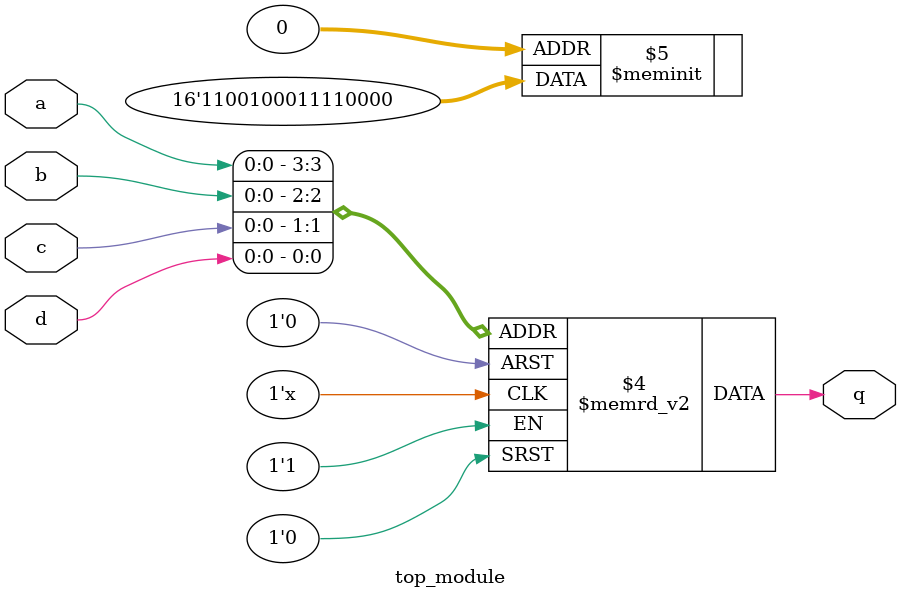
<source format=sv>
module top_module (
  input a, 
  input b, 
  input c, 
  input d,
  output reg q
);

  always @* begin
    case ({a, b, c, d})
      4'b0000, 4'b0001, 4'b0010, 4'b0011 : q = 1'b0;
      4'b0100, 4'b0101, 4'b0110, 4'b0111, 4'b1011, 4'b1110, 4'b1111 : q = 1'b1;
      4'b1000, 4'b1100, 4'b1001, 4'b1010, 4'b1101 : q = 1'b0;
      default: q = 1'b1;
    endcase
  end

endmodule

</source>
